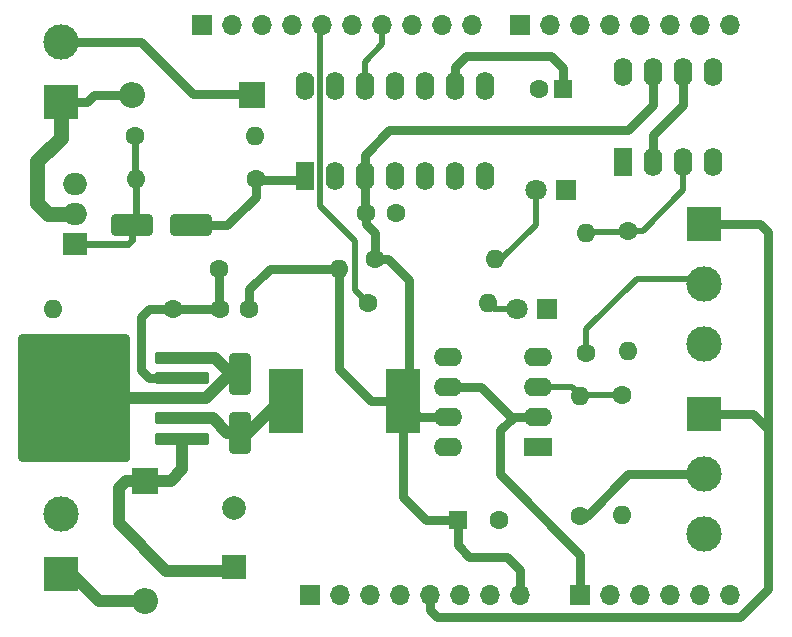
<source format=gtl>
G04 #@! TF.GenerationSoftware,KiCad,Pcbnew,7.0.9*
G04 #@! TF.CreationDate,2024-03-21T10:00:35+04:00*
G04 #@! TF.ProjectId,BSPD_Nucleo_Shield,42535044-5f4e-4756-936c-656f5f536869,rev?*
G04 #@! TF.SameCoordinates,Original*
G04 #@! TF.FileFunction,Copper,L1,Top*
G04 #@! TF.FilePolarity,Positive*
%FSLAX46Y46*%
G04 Gerber Fmt 4.6, Leading zero omitted, Abs format (unit mm)*
G04 Created by KiCad (PCBNEW 7.0.9) date 2024-03-21 10:00:35*
%MOMM*%
%LPD*%
G01*
G04 APERTURE LIST*
G04 Aperture macros list*
%AMRoundRect*
0 Rectangle with rounded corners*
0 $1 Rounding radius*
0 $2 $3 $4 $5 $6 $7 $8 $9 X,Y pos of 4 corners*
0 Add a 4 corners polygon primitive as box body*
4,1,4,$2,$3,$4,$5,$6,$7,$8,$9,$2,$3,0*
0 Add four circle primitives for the rounded corners*
1,1,$1+$1,$2,$3*
1,1,$1+$1,$4,$5*
1,1,$1+$1,$6,$7*
1,1,$1+$1,$8,$9*
0 Add four rect primitives between the rounded corners*
20,1,$1+$1,$2,$3,$4,$5,0*
20,1,$1+$1,$4,$5,$6,$7,0*
20,1,$1+$1,$6,$7,$8,$9,0*
20,1,$1+$1,$8,$9,$2,$3,0*%
G04 Aperture macros list end*
G04 #@! TA.AperFunction,ComponentPad*
%ADD10R,1.700000X1.700000*%
G04 #@! TD*
G04 #@! TA.AperFunction,ComponentPad*
%ADD11O,1.700000X1.700000*%
G04 #@! TD*
G04 #@! TA.AperFunction,SMDPad,CuDef*
%ADD12R,2.900000X5.400000*%
G04 #@! TD*
G04 #@! TA.AperFunction,ComponentPad*
%ADD13R,3.000000X3.000000*%
G04 #@! TD*
G04 #@! TA.AperFunction,ComponentPad*
%ADD14C,3.000000*%
G04 #@! TD*
G04 #@! TA.AperFunction,SMDPad,CuDef*
%ADD15RoundRect,0.250000X0.650000X-1.500000X0.650000X1.500000X-0.650000X1.500000X-0.650000X-1.500000X0*%
G04 #@! TD*
G04 #@! TA.AperFunction,ComponentPad*
%ADD16R,2.200000X2.200000*%
G04 #@! TD*
G04 #@! TA.AperFunction,ComponentPad*
%ADD17O,2.200000X2.200000*%
G04 #@! TD*
G04 #@! TA.AperFunction,ComponentPad*
%ADD18C,1.600000*%
G04 #@! TD*
G04 #@! TA.AperFunction,ComponentPad*
%ADD19O,1.600000X1.600000*%
G04 #@! TD*
G04 #@! TA.AperFunction,ComponentPad*
%ADD20R,2.000000X2.000000*%
G04 #@! TD*
G04 #@! TA.AperFunction,ComponentPad*
%ADD21C,2.000000*%
G04 #@! TD*
G04 #@! TA.AperFunction,ComponentPad*
%ADD22R,1.600000X1.600000*%
G04 #@! TD*
G04 #@! TA.AperFunction,SMDPad,CuDef*
%ADD23RoundRect,0.250000X2.050000X0.300000X-2.050000X0.300000X-2.050000X-0.300000X2.050000X-0.300000X0*%
G04 #@! TD*
G04 #@! TA.AperFunction,SMDPad,CuDef*
%ADD24RoundRect,0.250000X2.025000X2.375000X-2.025000X2.375000X-2.025000X-2.375000X2.025000X-2.375000X0*%
G04 #@! TD*
G04 #@! TA.AperFunction,SMDPad,CuDef*
%ADD25RoundRect,0.250002X4.449998X5.149998X-4.449998X5.149998X-4.449998X-5.149998X4.449998X-5.149998X0*%
G04 #@! TD*
G04 #@! TA.AperFunction,ComponentPad*
%ADD26R,2.400000X1.600000*%
G04 #@! TD*
G04 #@! TA.AperFunction,ComponentPad*
%ADD27O,2.400000X1.600000*%
G04 #@! TD*
G04 #@! TA.AperFunction,ComponentPad*
%ADD28R,1.600000X2.400000*%
G04 #@! TD*
G04 #@! TA.AperFunction,ComponentPad*
%ADD29O,1.600000X2.400000*%
G04 #@! TD*
G04 #@! TA.AperFunction,SMDPad,CuDef*
%ADD30RoundRect,0.250000X1.500000X0.650000X-1.500000X0.650000X-1.500000X-0.650000X1.500000X-0.650000X0*%
G04 #@! TD*
G04 #@! TA.AperFunction,ComponentPad*
%ADD31R,1.800000X1.800000*%
G04 #@! TD*
G04 #@! TA.AperFunction,ComponentPad*
%ADD32C,1.800000*%
G04 #@! TD*
G04 #@! TA.AperFunction,ComponentPad*
%ADD33R,2.000000X1.905000*%
G04 #@! TD*
G04 #@! TA.AperFunction,ComponentPad*
%ADD34O,2.000000X1.905000*%
G04 #@! TD*
G04 #@! TA.AperFunction,ViaPad*
%ADD35C,0.800000*%
G04 #@! TD*
G04 #@! TA.AperFunction,Conductor*
%ADD36C,1.000000*%
G04 #@! TD*
G04 #@! TA.AperFunction,Conductor*
%ADD37C,0.500000*%
G04 #@! TD*
G04 #@! TA.AperFunction,Conductor*
%ADD38C,0.800000*%
G04 #@! TD*
G04 #@! TA.AperFunction,Conductor*
%ADD39C,0.600000*%
G04 #@! TD*
G04 #@! TA.AperFunction,Conductor*
%ADD40C,1.300000*%
G04 #@! TD*
G04 APERTURE END LIST*
D10*
X127940000Y-97460000D03*
D11*
X130480000Y-97460000D03*
X133020000Y-97460000D03*
X135560000Y-97460000D03*
X138100000Y-97460000D03*
X140640000Y-97460000D03*
X143180000Y-97460000D03*
X145720000Y-97460000D03*
D10*
X150800000Y-97460000D03*
D11*
X153340000Y-97460000D03*
X155880000Y-97460000D03*
X158420000Y-97460000D03*
X160960000Y-97460000D03*
X163500000Y-97460000D03*
D10*
X145720000Y-49200000D03*
D11*
X148260000Y-49200000D03*
X150800000Y-49200000D03*
X153340000Y-49200000D03*
X155880000Y-49200000D03*
X158420000Y-49200000D03*
X160960000Y-49200000D03*
X163500000Y-49200000D03*
D12*
X125850000Y-81000000D03*
X135750000Y-81000000D03*
D13*
X106800000Y-95670000D03*
D14*
X106800000Y-90590000D03*
D15*
X121990000Y-83720000D03*
X121990000Y-78720000D03*
D16*
X123000000Y-55100000D03*
D17*
X112840000Y-55100000D03*
D18*
X120200000Y-69800000D03*
D19*
X130360000Y-69800000D03*
D18*
X116280000Y-73200000D03*
D19*
X106120000Y-73200000D03*
D18*
X113100000Y-58590000D03*
D19*
X123260000Y-58590000D03*
D20*
X121500000Y-95100000D03*
D21*
X121500000Y-90100000D03*
D22*
X140400000Y-91100000D03*
D18*
X143900000Y-91100000D03*
D23*
X117110000Y-84180000D03*
X117110000Y-82480000D03*
X117110000Y-80780000D03*
D24*
X110385000Y-83555000D03*
X110385000Y-78005000D03*
D25*
X107960000Y-80780000D03*
D24*
X105535000Y-83555000D03*
X105535000Y-78005000D03*
D23*
X117110000Y-79080000D03*
X117110000Y-77380000D03*
D18*
X132800000Y-72700000D03*
D19*
X142960000Y-72700000D03*
D18*
X154300000Y-80500000D03*
D19*
X154300000Y-90660000D03*
D18*
X151300000Y-76900000D03*
D19*
X151300000Y-66740000D03*
D26*
X147200000Y-84900000D03*
D27*
X147200000Y-82360000D03*
X147200000Y-79820000D03*
X147200000Y-77280000D03*
X139580000Y-77280000D03*
X139580000Y-79820000D03*
X139580000Y-82360000D03*
X139580000Y-84900000D03*
D13*
X161300000Y-66000000D03*
D14*
X161300000Y-71080000D03*
X161300000Y-76160000D03*
D28*
X127445000Y-61975000D03*
D29*
X129985000Y-61975000D03*
X132525000Y-61975000D03*
X135065000Y-61975000D03*
X137605000Y-61975000D03*
X140145000Y-61975000D03*
X142685000Y-61975000D03*
X142685000Y-54355000D03*
X140145000Y-54355000D03*
X137605000Y-54355000D03*
X135065000Y-54355000D03*
X132525000Y-54355000D03*
X129985000Y-54355000D03*
X127445000Y-54355000D03*
D10*
X118796000Y-49200000D03*
D11*
X121336000Y-49200000D03*
X123876000Y-49200000D03*
X126416000Y-49200000D03*
X128956000Y-49200000D03*
X131496000Y-49200000D03*
X134036000Y-49200000D03*
X136576000Y-49200000D03*
X139116000Y-49200000D03*
X141656000Y-49200000D03*
D18*
X120250000Y-73200000D03*
X122750000Y-73200000D03*
D13*
X161300000Y-82080000D03*
D14*
X161300000Y-87160000D03*
X161300000Y-92240000D03*
D13*
X106800000Y-55690000D03*
D14*
X106800000Y-50610000D03*
D30*
X117847500Y-66090000D03*
X112847500Y-66090000D03*
D16*
X113900000Y-87800000D03*
D17*
X113900000Y-97960000D03*
D18*
X133400000Y-69000000D03*
D19*
X143560000Y-69000000D03*
D31*
X149575000Y-63100000D03*
D32*
X147035000Y-63100000D03*
D18*
X150800000Y-90700000D03*
D19*
X150800000Y-80540000D03*
D18*
X135150000Y-65100000D03*
X132650000Y-65100000D03*
D22*
X149335100Y-54550000D03*
D18*
X147335100Y-54550000D03*
D33*
X108000000Y-67700000D03*
D34*
X108000000Y-65160000D03*
X108000000Y-62620000D03*
D28*
X154450000Y-60760000D03*
D29*
X156990000Y-60760000D03*
X159530000Y-60760000D03*
X162070000Y-60760000D03*
X162070000Y-53140000D03*
X159530000Y-53140000D03*
X156990000Y-53140000D03*
X154450000Y-53140000D03*
D31*
X148000000Y-73200000D03*
D32*
X145460000Y-73200000D03*
D18*
X123300000Y-62200000D03*
D19*
X113140000Y-62200000D03*
D18*
X154800000Y-66600000D03*
D19*
X154800000Y-76760000D03*
D35*
X111000000Y-84000000D03*
X109000000Y-83000000D03*
X109000000Y-85000000D03*
X109000000Y-81000000D03*
X107000000Y-78000000D03*
X111000000Y-80000000D03*
X105000000Y-85000000D03*
X111000000Y-78000000D03*
X105000000Y-81000000D03*
X109000000Y-77000000D03*
X107000000Y-84000000D03*
X109000000Y-79000000D03*
X105000000Y-77000000D03*
X111000000Y-82000000D03*
X107000000Y-82000000D03*
X105000000Y-83000000D03*
X107000000Y-80000000D03*
X105000000Y-79000000D03*
D36*
X121214542Y-78720000D02*
X121990000Y-78720000D01*
X119110430Y-80780000D02*
X121170430Y-78720000D01*
D37*
X109060000Y-80790000D02*
X109060000Y-79330000D01*
X105535000Y-83205000D02*
X107960000Y-80780000D01*
X105535000Y-83555000D02*
X105535000Y-83205000D01*
X105535000Y-78005000D02*
X107960000Y-80430000D01*
D36*
X119874542Y-77380000D02*
X121214542Y-78720000D01*
X121170430Y-78720000D02*
X121990000Y-78720000D01*
D37*
X107970000Y-80790000D02*
X109060000Y-80790000D01*
D36*
X117110000Y-77380000D02*
X119874542Y-77380000D01*
X117110000Y-80780000D02*
X119110430Y-80780000D01*
D37*
X109060000Y-79330000D02*
X110385000Y-78005000D01*
D36*
X117110000Y-80780000D02*
X107960000Y-80780000D01*
D37*
X107960000Y-80430000D02*
X107960000Y-80780000D01*
X109060000Y-82230000D02*
X110385000Y-83555000D01*
X107960000Y-80780000D02*
X107970000Y-80790000D01*
X109060000Y-80790000D02*
X109060000Y-82230000D01*
D38*
X166700000Y-83400000D02*
X165380000Y-82080000D01*
X166700000Y-96900000D02*
X164300000Y-99300000D01*
X138700000Y-99300000D02*
X138100000Y-98700000D01*
X166000000Y-66000000D02*
X166700000Y-66700000D01*
X138100000Y-98700000D02*
X138100000Y-97460000D01*
X165380000Y-82080000D02*
X161300000Y-82080000D01*
X164300000Y-99300000D02*
X138700000Y-99300000D01*
X161300000Y-66000000D02*
X166000000Y-66000000D01*
X166700000Y-66700000D02*
X166700000Y-96900000D01*
X146530000Y-82330000D02*
X146700000Y-82500000D01*
X150800000Y-97460000D02*
X150800000Y-94000000D01*
X142420000Y-79820000D02*
X144930000Y-82330000D01*
X147200000Y-82360000D02*
X147170000Y-82330000D01*
X145140000Y-82360000D02*
X147200000Y-82360000D01*
X144930000Y-82330000D02*
X146530000Y-82330000D01*
X144000000Y-87200000D02*
X144000000Y-83500000D01*
X144000000Y-83500000D02*
X145140000Y-82360000D01*
X150800000Y-94000000D02*
X144000000Y-87200000D01*
X147170000Y-82330000D02*
X146530000Y-82330000D01*
X139580000Y-79820000D02*
X142420000Y-79820000D01*
X159530000Y-55970000D02*
X156990000Y-58510000D01*
X156990000Y-58510000D02*
X156990000Y-60760000D01*
X159530000Y-53140000D02*
X159530000Y-55970000D01*
D37*
X131700000Y-67450000D02*
X131700000Y-71600000D01*
X131700000Y-71600000D02*
X132800000Y-72700000D01*
X128735000Y-64485000D02*
X131700000Y-67450000D01*
X128956000Y-49200000D02*
X128735000Y-49421000D01*
X128735000Y-49421000D02*
X128735000Y-64485000D01*
X134036000Y-49200000D02*
X134036000Y-50764000D01*
X134036000Y-50764000D02*
X132525000Y-52275000D01*
X132525000Y-52275000D02*
X132525000Y-54355000D01*
D38*
X140145000Y-52755000D02*
X141100000Y-51800000D01*
X148300000Y-51800000D02*
X149335100Y-52835100D01*
X141100000Y-51800000D02*
X148300000Y-51800000D01*
X149335100Y-52835100D02*
X149335100Y-54550000D01*
X140145000Y-54355000D02*
X140145000Y-52755000D01*
X140400000Y-91100000D02*
X140400000Y-93200000D01*
X139550000Y-82330000D02*
X137080000Y-82330000D01*
X132650000Y-66050000D02*
X133400000Y-66800000D01*
X140400000Y-91100000D02*
X137700000Y-91100000D01*
X132525000Y-60175000D02*
X132525000Y-61975000D01*
X133100000Y-81000000D02*
X130360000Y-78260000D01*
X139580000Y-82360000D02*
X139550000Y-82330000D01*
X134600000Y-58100000D02*
X132525000Y-60175000D01*
X135750000Y-89150000D02*
X135750000Y-81000000D01*
X122750000Y-73200000D02*
X122750000Y-71550000D01*
X145720000Y-95320000D02*
X145720000Y-97460000D01*
X136300000Y-70800000D02*
X136300000Y-80450000D01*
X156990000Y-55910000D02*
X154800000Y-58100000D01*
X135750000Y-81000000D02*
X133100000Y-81000000D01*
X132650000Y-65100000D02*
X132650000Y-66050000D01*
X122750000Y-71550000D02*
X124500000Y-69800000D01*
X134500000Y-69000000D02*
X136300000Y-70800000D01*
X135750000Y-81000000D02*
X137100000Y-82350000D01*
X156990000Y-53140000D02*
X156990000Y-55910000D01*
X132525000Y-64975000D02*
X132650000Y-65100000D01*
X124500000Y-69800000D02*
X130360000Y-69800000D01*
X132525000Y-61975000D02*
X132525000Y-64975000D01*
X133400000Y-66800000D02*
X133400000Y-69000000D01*
X137700000Y-91100000D02*
X135750000Y-89150000D01*
X136300000Y-80450000D02*
X135750000Y-81000000D01*
X137080000Y-82330000D02*
X135750000Y-81000000D01*
X144600000Y-94200000D02*
X145720000Y-95320000D01*
X141400000Y-94200000D02*
X144600000Y-94200000D01*
X130360000Y-78260000D02*
X130360000Y-69800000D01*
X133400000Y-69000000D02*
X134500000Y-69000000D01*
X154800000Y-58100000D02*
X134600000Y-58100000D01*
X140400000Y-93200000D02*
X141400000Y-94200000D01*
D36*
X121200000Y-95400000D02*
X121500000Y-95100000D01*
X111700000Y-91370000D02*
X115730000Y-95400000D01*
X111700000Y-88400000D02*
X111700000Y-91370000D01*
X115730000Y-95400000D02*
X121200000Y-95400000D01*
X113900000Y-87800000D02*
X112300000Y-87800000D01*
X116100000Y-87800000D02*
X113900000Y-87800000D01*
X112300000Y-87800000D02*
X111700000Y-88400000D01*
X117110000Y-86790000D02*
X116100000Y-87800000D01*
X117110000Y-84180000D02*
X117110000Y-86790000D01*
D38*
X116280000Y-73200000D02*
X120250000Y-73200000D01*
X113600000Y-73900000D02*
X113600000Y-78400000D01*
X120200000Y-69800000D02*
X120200000Y-73150000D01*
X116280000Y-73200000D02*
X114300000Y-73200000D01*
X114300000Y-73200000D02*
X113600000Y-73900000D01*
X120200000Y-73150000D02*
X120250000Y-73200000D01*
X114280000Y-79080000D02*
X117110000Y-79080000D01*
X113600000Y-78400000D02*
X114280000Y-79080000D01*
D37*
X143460000Y-73200000D02*
X145460000Y-73200000D01*
X142960000Y-72700000D02*
X143460000Y-73200000D01*
D36*
X106800000Y-95670000D02*
X107720000Y-95670000D01*
D38*
X106800000Y-50610000D02*
X113610000Y-50610000D01*
X118000000Y-55000000D02*
X122900000Y-55000000D01*
X113610000Y-50610000D02*
X118000000Y-55000000D01*
D36*
X110010000Y-97960000D02*
X113900000Y-97960000D01*
D38*
X122900000Y-55000000D02*
X123000000Y-55100000D01*
D36*
X107720000Y-95670000D02*
X110010000Y-97960000D01*
D38*
X123300000Y-63700000D02*
X120910000Y-66090000D01*
X123380000Y-62280000D02*
X127140000Y-62280000D01*
X120910000Y-66090000D02*
X117847500Y-66090000D01*
X123300000Y-62200000D02*
X123380000Y-62280000D01*
X127140000Y-62280000D02*
X127445000Y-61975000D01*
X123300000Y-62200000D02*
X123300000Y-63700000D01*
D39*
X112500000Y-67700000D02*
X112847500Y-67352500D01*
X113140000Y-65797500D02*
X113140000Y-62200000D01*
X112847500Y-67352500D02*
X112847500Y-66090000D01*
X112847500Y-66090000D02*
X113140000Y-65797500D01*
X108000000Y-67700000D02*
X112500000Y-67700000D01*
X113140000Y-62200000D02*
X113100000Y-62160000D01*
X113100000Y-62160000D02*
X113100000Y-58590000D01*
D37*
X147035000Y-66065000D02*
X144100000Y-69000000D01*
X144100000Y-69000000D02*
X143560000Y-69000000D01*
X147035000Y-63100000D02*
X147035000Y-66065000D01*
D38*
X109600000Y-55100000D02*
X109000000Y-55700000D01*
X109000000Y-55700000D02*
X106810000Y-55700000D01*
X106810000Y-55700000D02*
X106800000Y-55690000D01*
D40*
X104800000Y-64200000D02*
X104800000Y-60700000D01*
X104800000Y-60700000D02*
X106800000Y-58700000D01*
X105760000Y-65160000D02*
X104800000Y-64200000D01*
D38*
X112840000Y-55100000D02*
X109600000Y-55100000D01*
D40*
X106800000Y-58700000D02*
X106800000Y-55690000D01*
X108000000Y-65160000D02*
X105760000Y-65160000D01*
D36*
X120920000Y-83720000D02*
X121990000Y-83720000D01*
X121990000Y-83720000D02*
X122680000Y-83720000D01*
X122680000Y-83720000D02*
X125400000Y-81000000D01*
X119680000Y-82480000D02*
X120920000Y-83720000D01*
X117110000Y-82480000D02*
X119680000Y-82480000D01*
X125400000Y-81000000D02*
X125850000Y-81000000D01*
D38*
X151330000Y-90700000D02*
X150800000Y-90700000D01*
X161300000Y-87160000D02*
X154870000Y-87160000D01*
X154870000Y-87160000D02*
X151330000Y-90700000D01*
D37*
X160870000Y-70650000D02*
X155590000Y-70650000D01*
X155590000Y-70650000D02*
X151300000Y-74940000D01*
X161300000Y-71080000D02*
X160870000Y-70650000D01*
X151300000Y-74940000D02*
X151300000Y-76900000D01*
X159530000Y-63170000D02*
X156100000Y-66600000D01*
X151340000Y-66700000D02*
X154700000Y-66700000D01*
X154700000Y-66700000D02*
X154800000Y-66600000D01*
X156100000Y-66600000D02*
X154800000Y-66600000D01*
X159530000Y-60760000D02*
X159530000Y-63170000D01*
X151300000Y-66740000D02*
X151340000Y-66700000D01*
X150080000Y-79820000D02*
X150800000Y-80540000D01*
X150800000Y-80540000D02*
X150760000Y-80500000D01*
X147200000Y-79820000D02*
X150080000Y-79820000D01*
X150760000Y-80500000D02*
X154300000Y-80500000D01*
M02*

</source>
